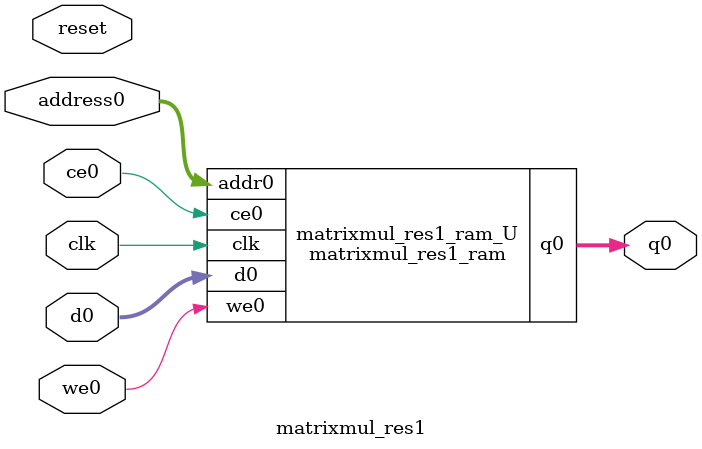
<source format=v>
`timescale 1 ns / 1 ps
module matrixmul_res1_ram (addr0, ce0, d0, we0, q0,  clk);

parameter DWIDTH = 32;
parameter AWIDTH = 4;
parameter MEM_SIZE = 9;

input[AWIDTH-1:0] addr0;
input ce0;
input[DWIDTH-1:0] d0;
input we0;
output reg[DWIDTH-1:0] q0;
input clk;

(* ram_style = "distributed" *)reg [DWIDTH-1:0] ram[0:MEM_SIZE-1];




always @(posedge clk)  
begin 
    if (ce0) begin
        if (we0)
        begin 
            ram[addr0] <= d0;
        end 
        q0 <= ram[addr0];
    end
end


endmodule

`timescale 1 ns / 1 ps
module matrixmul_res1(
    reset,
    clk,
    address0,
    ce0,
    we0,
    d0,
    q0);

parameter DataWidth = 32'd32;
parameter AddressRange = 32'd9;
parameter AddressWidth = 32'd4;
input reset;
input clk;
input[AddressWidth - 1:0] address0;
input ce0;
input we0;
input[DataWidth - 1:0] d0;
output[DataWidth - 1:0] q0;



matrixmul_res1_ram matrixmul_res1_ram_U(
    .clk( clk ),
    .addr0( address0 ),
    .ce0( ce0 ),
    .we0( we0 ),
    .d0( d0 ),
    .q0( q0 ));

endmodule


</source>
